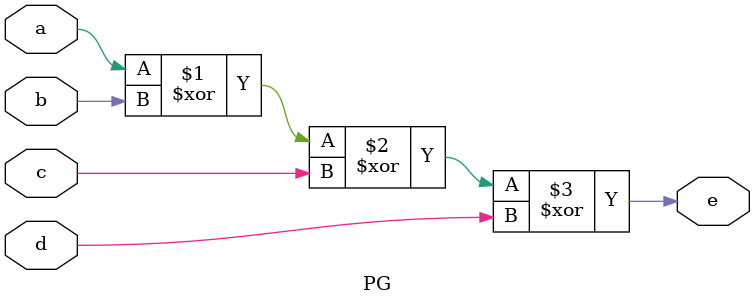
<source format=v>
`timescale 1ns / 1ps

module PG(
   input a, b, c, d,
   output e
);
    
assign e = a ^ b ^ c ^ d;
    
endmodule

</source>
